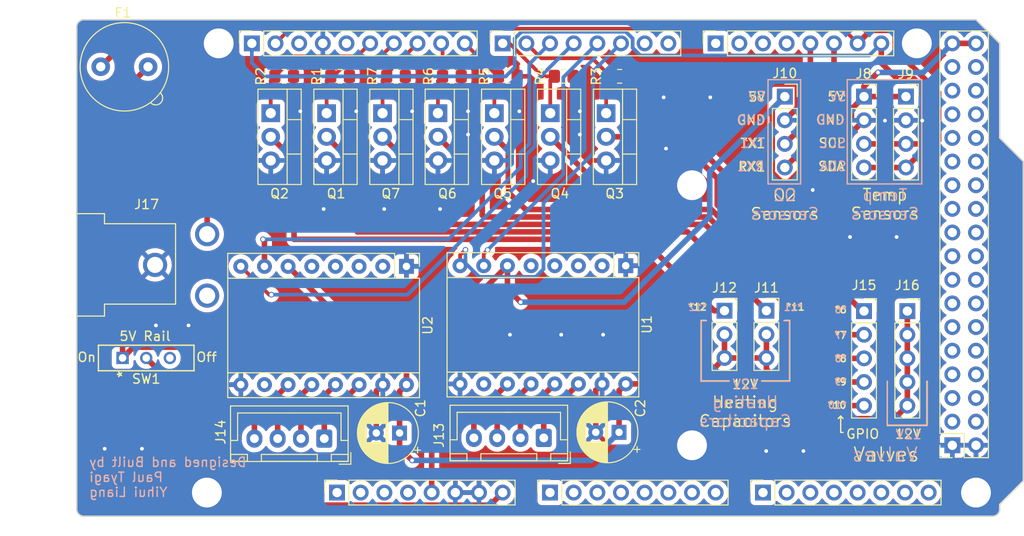
<source format=kicad_pcb>
(kicad_pcb (version 20240108) (generator "pcbnew") (generator_version "8.0")
  (title_block (date "mar. 31 mars 2015"))
  (layers (0 "F.Cu" signal) (31 "B.Cu" signal) (34 "B.Paste" user) (35 "F.Paste" user) (36 "B.SilkS" user "B.Silkscreen") (37 "F.SilkS" user "F.Silkscreen") (38 "B.Mask" user) (39 "F.Mask" user) (44 "Edge.Cuts" user))
  (net 0 "")
  (net 1 "GND")
  (net 2 "/*52")
  (net 3 "/53")
  (net 4 "/50")
  (net 5 "/51")
  (net 6 "/48")
  (net 7 "/49")
  (net 8 "/*46")
  (net 9 "/47")
  (net 10 "/*44")
  (net 11 "/*45")
  (net 12 "/42")
  (net 13 "/43")
  (net 14 "/40")
  (net 15 "/41")
  (net 16 "/38")
  (net 17 "/39")
  (net 18 "/36")
  (net 19 "/37")
  (net 20 "/34")
  (net 21 "/35")
  (net 22 "/32")
  (net 23 "/33")
  (net 24 "/30")
  (net 25 "/31")
  (net 26 "/28")
  (net 27 "/29")
  (net 28 "/26")
  (net 29 "/27")
  (net 30 "/24")
  (net 31 "/25")
  (net 32 "/22")
  (net 33 "/23")
  (net 34 "+5V")
  (net 35 "/IOREF")
  (net 36 "/A0")
  (net 37 "/A1")
  (net 38 "/A2")
  (net 39 "/A3")
  (net 40 "/A4")
  (net 41 "/A5")
  (net 42 "/A6")
  (net 43 "/A7")
  (net 44 "/A8")
  (net 45 "/A9")
  (net 46 "/A10")
  (net 47 "/A11")
  (net 48 "/A12")
  (net 49 "/A13")
  (net 50 "/A14")
  (net 51 "/A15")
  (net 52 "/AREF")
  (net 53 "/*13")
  (net 54 "/*12")
  (net 55 "/*11")
  (net 56 "/*10")
  (net 57 "/*9")
  (net 58 "/*8")
  (net 59 "/*7")
  (net 60 "/*6")
  (net 61 "/*5")
  (net 62 "/*4")
  (net 63 "/*3")
  (net 64 "/*2")
  (net 65 "/TX0{slash}1")
  (net 66 "/RX0{slash}0")
  (net 67 "+3V3")
  (net 68 "/TX3{slash}14")
  (net 69 "/RX3{slash}15")
  (net 70 "/TX2{slash}16")
  (net 71 "/RX2{slash}17")
  (net 72 "/TX1{slash}18")
  (net 73 "/RX1{slash}19")
  (net 74 "/SDA{slash}20")
  (net 75 "/SCL{slash}21")
  (net 76 "/~{RESET}")
  (net 78 "Net-(J12-Pin_1)")
  (net 79 "Net-(J14-Pin_1)")
  (net 80 "+12V")
  (net 81 "Net-(J15-Pin_4)")
  (net 82 "Net-(J15-Pin_3)")
  (net 83 "Net-(J15-Pin_1)")
  (net 84 "Net-(J15-Pin_2)")
  (net 86 "Net-(F1-Pad1)")
  (net 96 "Net-(J11-Pin_1)")
  (net 97 "Net-(J13-Pin_3)")
  (net 98 "Net-(J13-Pin_2)")
  (net 99 "Net-(J13-Pin_4)")
  (net 100 "Net-(J13-Pin_1)")
  (net 101 "Net-(J14-Pin_3)")
  (net 102 "Net-(J14-Pin_4)")
  (net 103 "Net-(J14-Pin_2)")
  (net 104 "Net-(J15-Pin_5)")
  (net 106 "VCC")
  (footprint "Connector_PinSocket_2.54mm:PinSocket_2x18_P2.54mm_Vertical" (layer "F.Cu") (at 193.98 92.38 180)
    (property "Reference" "J4" (hide yes))
    (property "Value" "Digital")
  )
  (footprint "Connector_PinSocket_2.54mm:PinSocket_1x08_P2.54mm_Vertical" (layer "F.Cu") (at 127.94 97.46 90)
    (property "Reference" "J1" (hide yes))
    (property "Value" "Power")
  )
  (footprint "Connector_PinSocket_2.54mm:PinSocket_1x08_P2.54mm_Vertical" (layer "F.Cu") (at 150.8 97.46 90)
    (property "Reference" "J2" (hide yes))
    (property "Value" "Analog")
  )
  (footprint "Connector_PinSocket_2.54mm:PinSocket_1x08_P2.54mm_Vertical" (layer "F.Cu") (at 173.66 97.46 90)
    (property "Reference" "J3" (hide yes))
    (property "Value" "Analog")
  )
  (footprint "Connector_PinSocket_2.54mm:PinSocket_1x10_P2.54mm_Vertical" (layer "F.Cu") (at 118.796 49.2 90)
    (property "Reference" "J5" (hide yes))
    (property "Value" "PWM")
  )
  (footprint "Connector_PinSocket_2.54mm:PinSocket_1x08_P2.54mm_Vertical" (layer "F.Cu") (at 145.72 49.2 90)
    (property "Reference" "J6" (hide yes))
    (property "Value" "PWM")
  )
  (footprint "Connector_PinSocket_2.54mm:PinSocket_1x08_P2.54mm_Vertical" (layer "F.Cu") (at 168.58 49.2 90)
    (property "Reference" "J7" (hide yes))
    (property "Value" "Communication")
  )
  (footprint "Connector_PinSocket_2.54mm:PinSocket_1x04_P2.54mm_Vertical" (layer "F.Cu") (at 189 54.92)
    (property "Reference" "J9")
    (property "Value" "Conn_01x04_Socket")
  )
  (footprint "Package_TO_SOT_THT:TO-220-3_Vertical" (layer "F.Cu") (at 120.825 56.7 -90)
    (property "Reference" "Q2")
    (property "Value" "IRLB8721PBF")
  )
  (footprint "Connector_PinSocket_2.54mm:PinSocket_1x03_P2.54mm_Vertical" (layer "F.Cu") (at 174.025 77.92)
    (property "Reference" "J11")
    (property "Value" "Conn_01x03_Socket")
  )
  (footprint "Arduino_MountingHole:MountingHole_3.2mm" (layer "F.Cu") (at 196.52 97.46)
    (property "Reference" "MH6" (hide yes))
    (property "Value" "MountingHole_3.2mm" (hide yes))
  )
  (footprint "Resistor_SMD:R_0805_2012Metric_Pad1.20x1.40mm_HandSolder" (layer "F.Cu") (at 140.27 52.74)
    (property "Reference" "R6")
    (property "Value" "10K")
  )
  (footprint "Package_TO_SOT_THT:TO-220-3_Vertical" (layer "F.Cu") (at 150.825 56.7 -90)
    (property "Reference" "Q4")
    (property "Value" "IRLB8721PBF")
  )
  (footprint "Connector_PinSocket_2.54mm:PinSocket_1x03_P2.54mm_Vertical" (layer "F.Cu") (at 169.525 77.92)
    (property "Reference" "J12")
    (property "Value" "Conn_01x03_Socket")
  )
  (footprint "Package_TO_SOT_THT:TO-220-3_Vertical" (layer "F.Cu") (at 132.825 56.7 -90)
    (property "Reference" "Q7")
    (property "Value" "IRLB8721PBF")
  )
  (footprint "footprints:SW_450301014042_WRE" (layer "F.Cu") (at 104.92 83 90)
    (property "Reference" "SW1")
    (property "Value" "450301014042")
  )
  (footprint "Arduino_MountingHole:MountingHole_3.2mm" (layer "F.Cu") (at 115.24 49.2)
    (property "Reference" "MH1" (hide yes))
    (property "Value" "MountingHole_3.2mm" (hide yes))
  )
  (footprint "Resistor_SMD:R_0805_2012Metric_Pad1.20x1.40mm_HandSolder" (layer "F.Cu") (at 134.27 52.74)
    (property "Reference" "R7")
    (property "Value" "10K")
  )
  (footprint "Resistor_SMD:R_0805_2012Metric_Pad1.20x1.40mm_HandSolder" (layer "F.Cu") (at 146.27 52.74)
    (property "Reference" "R5")
    (property "Value" "10K")
  )
  (footprint "Package_TO_SOT_THT:TO-220-3_Vertical" (layer "F.Cu") (at 138.77 56.7 -90)
    (property "Reference" "Q6")
    (property "Value" "IRLB8721PBF")
  )
  (footprint "Resistor_SMD:R_0805_2012Metric_Pad1.20x1.40mm_HandSolder" (layer "F.Cu") (at 128.27 52.74)
    (property "Reference" "R1")
    (property "Value" "10K")
  )
  (footprint "Connector_PinSocket_2.54mm:PinSocket_1x04_P2.54mm_Vertical" (layer "F.Cu") (at 184.5 54.92)
    (property "Reference" "J8")
    (property "Value" "Conn_01x04_Socket")
  )
  (footprint "L721RAHLP:SWITCHCRAFT_L721RAHLP" (layer "F.Cu") (at 108.41 73 -90)
    (property "Reference" "J17")
    (property "Value" "L721RAHLP")
  )
  (footprint "Fuse:Fuseholder_TR5_Littelfuse_No560_No460" (layer "F.Cu") (at 102.579 51.709)
    (property "Reference" "F1")
    (property "Value" "Fuse")
  )
  (footprint "Resistor_SMD:R_0805_2012Metric_Pad1.20x1.40mm_HandSolder" (layer "F.Cu") (at 152.27 52.74)
    (property "Reference" "R4")
    (property "Value" "10K")
  )
  (footprint "Connector_JST:JST_XH_B4B-XH-A_1x04_P2.50mm_Vertical" (layer "F.Cu") (at 150.128 91.586 180)
    (property "Reference" "J13")
    (property "Value" "Conn_01x04")
  )
  (footprint "Connector_PinSocket_2.54mm:PinSocket_1x05_P2.54mm_Vertical" (layer "F.Cu") (at 189.15 77.96)
    (property "Reference" "J16")
    (property "Value" "Conn_01x05_Socket")
  )
  (footprint "Capacitor_THT:CP_Radial_D6.3mm_P2.50mm" (layer "F.Cu") (at 134.65238 91.06 180)
    (property "Reference" "C1")
    (property "Value" "100uF")
  )
  (footprint "Resistor_SMD:R_0805_2012Metric_Pad1.20x1.40mm_HandSolder" (layer "F.Cu") (at 122.27 52.74)
    (property "Reference" "R2")
    (property "Value" "10K")
  )
  (footprint "Module:Pololu_Breakout-16_15.2x20.3mm" (layer "F.Cu") (at 135.39 73.16 -90)
    (property "Reference" "U2")
    (property "Value" "MP6500_Pololu")
  )
  (footprint "Resistor_SMD:R_0805_2012Metric_Pad1.20x1.40mm_HandSolder" (layer "F.Cu") (at 158.27 52.74)
    (property "Reference" "R3")
    (property "Value" "10K")
  )
  (footprint "Package_TO_SOT_THT:TO-220-3_Vertical" (layer "F.Cu") (at 156.825 56.7 -90)
    (property "Reference" "Q3")
    (property "Value" "IRLB8721PBF")
  )
  (footprint "Connector_PinSocket_2.54mm:PinSocket_1x05_P2.54mm_Vertical" (layer "F.Cu") (at 184.5 77.96)
    (property "Reference" "J15")
    (property "Value" "Conn_01x05_Socket")
  )
  (footprint "Connector_JST:JST_XH_B4B-XH-A_1x04_P2.50mm_Vertical" (layer "F.Cu") (at 126.57 91.66 180)
    (property "Reference" "J14")
    (property "Value" "Conn_01x04")
  )
  (footprint "Arduino_MountingHole:MountingHole_3.2mm" (layer "F.Cu") (at 113.97 97.46)
    (property "Reference" "MH2" (hide yes))
    (property "Value" "MountingHole_3.2mm" (hide yes))
  )
  (footprint "Package_TO_SOT_THT:TO-220-3_Vertical" (layer "F.Cu") (at 144.825 56.7 -90)
    (property "Reference" "Q5")
    (property "Value" "IRLB8721PBF")
  )
  (footprint "Arduino_MountingHole:MountingHole_3.2mm" (layer "F.Cu") (at 166.04 64.44)
    (property "Reference" "MH3" (hide yes))
    (property "Value" "MountingHole_3.2mm" (hide yes))
  )
  (footprint "Arduino_MountingHole:MountingHole_3.2mm" (layer "F.Cu") (at 166.04 92.38)
    (property "Reference" "MH4" (hide yes))
    (property "Value" "MountingHole_3.2mm" (hide yes))
  )
  (footprint "Capacitor_THT:CP_Radial_D6.3mm_P2.50mm" (layer "F.Cu") (at 158.21038 90.986 180)
    (property "Reference" "C2")
    (property "Value" "100uF")
  )
  (footprint "Arduino_MountingHole:MountingHole_3.2mm" (layer "F.Cu") (at 190.17 49.2)
    (property "Reference" "MH5" (hide yes))
    (property "Value" "MountingHole_3.2mm" (hide yes))
  )
  (footprint "Connector_PinSocket_2.54mm:PinSocket_1x04_P2.54mm_Vertical" (layer "F.Cu") (at 176 54.92)
    (property "Reference" "J10")
    (property "Value" "Conn_01x04_Socket")
  )
  (footprint "Package_TO_SOT_THT:TO-220-3_Vertical" (layer "F.Cu") (at 126.825 56.7 -90)
    (property "Reference" "Q1")
    (property "Value" "IRLB8721PBF")
  )
  (footprint "Module:Pololu_Breakout-16_15.2x20.3mm" (layer "F.Cu") (at 158.928 73.086 -90)
    (property "Reference" "U1")
    (property "Value" "MP6500_Pololu")
  )
  (gr_line (start 182.7 64.3) (end 182.7 53.1) (stroke (width 0.15)) (layer "B.SilkS"))
  (gr_line (start 187 90.2) (end 191.3 90.2) (stroke (width 0.15)) (layer "B.SilkS"))
  (gr_line (start 191.3 90.2) (end 191.3 85.5) (stroke (width 0.15)) (layer "B.SilkS"))
  (gr_line (start 167.6 79) (end 167 79) (stroke (width 0.15)) (layer "B.SilkS"))
  (gr_line (start 174.2 64.3) (end 174.2 53.1) (stroke (width 0.15)) (layer "B.SilkS"))
  (gr_line (start 174.2 53.1) (end 177.7 53.1) (stroke (width 0.15)) (layer "B.SilkS"))
  (gr_line (start 167 85.5) (end 170 85.5) (stroke (width 0.15)) (layer "B.SilkS"))
  (gr_line (start 176.5 79) (end 175.9 79) (stroke (width 0.15)) (layer "B.SilkS"))
  (gr_line (start 190.7 64.3) (end 182.7 64.3) (stroke (width 0.15)) (layer "B.SilkS"))
  (gr_line (start 176.5 85.5) (end 176.5 79) (stroke (width 0.15)) (layer "B.SilkS"))
  (gr_line (start 190.7 53.1) (end 190.7 64.3) (stroke (width 0.15)) (layer "B.SilkS"))
  (gr_line (start 177.7 53.1) (end 177.7 64.3) (stroke (width 0.15)) (layer "B.SilkS"))
  (gr_line (start 177.7 64.3) (end 174.2 64.3) (stroke (width 0.15)) (layer "B.SilkS"))
  (gr_line (start 182.7 53.1) (end 190.7 53.1) (stroke (width 0.15)) (layer "B.SilkS"))
  (gr_line (start 187 85.5) (end 187 90.2) (stroke (width 0.15)) (layer "B.SilkS"))
  (gr_line (start 167 79) (end 167 85.5) (stroke (width 0.15)) (layer "B.SilkS"))
  (gr_line (start 173.5 85.5) (end 176.5 85.5) (stroke (width 0.15)) (layer "B.SilkS"))
  (gr_line (start 167.025 85.46) (end 170.025 85.46) (stroke (width 0.15)) (layer "F.SilkS"))
  (gr_line (start 173.525 85.46) (end 176.525 85.46) (stroke (width 0.15)) (layer "F.SilkS"))
  (gr_line (start 191.25 90.25) (end 191.25 89.5) (stroke (width 0.15)) (layer "F.SilkS"))
  (gr_line (start 182 91) (end 182 89.25) (stroke (width 0.15)) (layer "F.SilkS"))
  (gr_line (start 191.25 89.5) (end 191.25 85.5) (stroke (width 0.15)) (layer "F.SilkS"))
  (gr_line (start 181.75 89.5) (end 182 89.25) (stroke (width 0.15)) (layer "F.SilkS"))
  (gr_line (start 167.525 78.96) (end 167.025 78.96) (stroke (width 0.15)) (layer "F.SilkS"))
  (gr_line (start 176.525 85.46) (end 176.525 78.96) (stroke (width 0.15)) (layer "F.SilkS"))
  (gr_line (start 187 85.75) (end 187 85.5) (stroke (width 0.15)) (layer "F.SilkS"))
  (gr_line (start 167.025 78.96) (end 167.025 85.46) (stroke (width 0.15)) (layer "F.SilkS"))
  (gr_line (start 187 90.25) (end 191.25 90.25) (stroke (width 0.15)) (layer "F.SilkS"))
  (gr_line (start 187 89.5) (end 187 90.25) (stroke (width 0.15)) (layer "F.SilkS"))
  (gr_line (start 182 89.25) (end 181.75 89.5) (stroke (width 0.15)) (layer "F.SilkS"))
  (gr_line (start 187 89.5) (end 187 85.75) (stroke (width 0.15)) (layer "F.SilkS"))
  (gr_line (start 176.525 78.96) (end 176.025 78.96) (stroke (width 0.15)) (layer "F.SilkS"))
  (gr_line (start 182.25 89.5) (end 182 89.25) (stroke (width 0.15)) (layer "F.SilkS"))
  (gr_line (start 182.25 91) (end 182 91) (stroke (width 0.15)) (layer "F.SilkS"))
  (gr_line (start 199.06 59.36) (end 201.6 61.9) (stroke (width 0.15)) (layer "Edge.Cuts"))
  (gr_line (start 100 99.238) (end 100 47.422) (stroke (width 0.15)) (layer "Edge.Cuts"))
  (gr_line (start 201.6 61.9) (end 201.6 96.19) (stroke (width 0.15)) (layer "Edge.Cuts"))
  (gr_line (start 198.298 100) (end 100.762 100) (stroke (width 0.15)) (layer "Edge.Cuts"))
  (gr_line (start 100.762 46.66) (end 196.52 46.66) (stroke (width 0.15)) (layer "Edge.Cuts"))
  (gr_arc (start 100.762 100) (mid 100.223185 99.776815) (end 100 99.238) (stroke (width 0.15)) (layer "Edge.Cuts"))
  (gr_line (start 201.6 96.19) (end 199.06 98.73) (stroke (width 0.15)) (layer "Edge.Cuts"))
  (gr_line (start 196.52 46.66) (end 199.06 49.2) (stroke (width 0.15)) (layer "Edge.Cuts"))
  (gr_arc (start 199.06 99.238) (mid 198.836815 99.776815) (end 198.298 100) (stroke (width 0.15)) (layer "Edge.Cuts"))
  (gr_line (start 199.06 49.2) (end 199.06 59.36) (stroke (width 0.15)) (layer "Edge.Cuts"))
  (gr_line (start 199.06 98.73) (end 199.06 99.238) (stroke (width 0.15)) (layer "Edge.Cuts"))
  (gr_arc (start 100 47.422) (mid 100.223185 46.883185) (end 100.762 46.66) (stroke (width 0.15)) (layer "Edge.Cuts"))
  (gr_text "GND" (at 170.8 58 0) (layer "B.SilkS") (effects (font (size 1 1)) (justify right bottom mirror)))
  (gr_text "12V" (at 189.3 91.8 0) (layer "B.SilkS") (effects (font (size 1 1)) (justify bottom mirror)))
  (gr_text "Valves" (at 186.75 94.25 0) (layer "B.SilkS") (effects (font (size 1.5 1.5)) (justify bottom mirror)))
  (gr_text "SDA" (at 179.7 63 0) (layer "B.SilkS") (effects (font (size 1 1)) (justify right bottom mirror)))
  (gr_text "O2\nSensors" (at 176 68.25 0) (layer "B.SilkS") (effects (font (size 1.25 1.25)) (justify bottom mirror)))
  (gr_text "5V" (at 172 55.5 0) (layer "B.SilkS") (effects (font (size 1 1)) (justify right bottom mirror)))
  (gr_text "Designed and Built by\nPaul Tyagi\nYihui Liang" (at 101.25 98 0) (layer "B.SilkS") (effects (font (size 1 1)) (justify right bottom mirror)))
  (gr_text "*10" (at 182.75 88.5 0) (layer "B.SilkS") (effects (font (size 0.75 0.75)) (justify left bottom mirror)))
  (gr_text "*12" (at 167.75 78 0) (layer "B.SilkS") (effects (font (size 0.75 0.75) (thickness 0.125)) (justify left bottom mirror)))
  (gr_text "12V" (at 171.8 86.4 0) (layer "B.SilkS") (effects (font (size 1 1)) (justify bottom mirror)))
  (gr_text "*9" (at 182.75 86 0) (layer "B.SilkS") (effects (font (size 0.75 0.75)) (justify left bottom mirror)))
  (gr_text "*8" (at 182.75 83.5 0) (layer "B.SilkS") (effects (font (size 0.75 0.75)) (justify left bottom mirror)))
  (gr_text "SCL" (at 179.7 60.5 0) (layer "B.SilkS") (effects (font (size 1 1)) (justify right bottom mirror)))
  (gr_text "5V" (at 180.7 55.5 0) (layer "B.SilkS") (effects (font (size 1 1)) (justify right bottom mirror)))
  (gr_text "RX1" (at 170.8 63 0) (layer "B.SilkS") (effects (font (size 1 1)) (justify right bottom mirror)))
  (gr_text "GND" (at 179.3 58 0) (layer "B.SilkS") (effects (font (size 1 1)) (justify right bottom mirror)))
  (gr_text "Temp\nSensors" (at 186.75 68.25 0) (layer "B.SilkS") (effects (font (size 1.25 1.25)) (justify bottom mirror)))
  (gr_text "TX1" (at 171.1 60.5 0) (layer "B.SilkS") (effects (font (size 1 1)) (justify right bottom mirror)))
  (gr_text "*7" (at 182.75 81 0) (layer "B.SilkS") (effects (font (size 0.75 0.75)) (justify left bottom mirror)))
  (gr_text "*6" (at 182.75 78.25 0) (layer "B.SilkS") (effects (font (size 0.75 0.75)) (justify left bottom mirror)))
  (gr_text "Heating\nCapacitors" (at 171.75 90.5 0) (layer "B.SilkS") (effects (font (size 1.25 1.25)) (justify bottom mirror)))
  (gr_text "*11" (at 178 78 0) (layer "B.SilkS") (effects (font (size 0.75 0.75)) (justify left bottom mirror)))
  (gr_text "RX1" (at 174 63.04 0) (layer "F.SilkS") (effects (font (size 1 1)) (justify right bottom)))
  (gr_text "GPIO" (at 182.5 91.75 0) (layer "F.SilkS") (effects (font (size 1 1)) (justify left bottom)))
  (gr_text "TX1" (at 174 60.54 0) (layer "F.SilkS") (effects (font (size 1 1)) (justify right bottom)))
  (gr_text "5V" (at 174 55.54 0) (layer "F.SilkS") (effects (font (size 1 1)) (justify right bottom)))
  (gr_text "Off" (at 112.75 83.5 0) (layer "F.SilkS") (effects (font (size 1 1)) (justify left bottom)))
  (gr_text "Heating\nCapacitors" (at 171.75 90.5 0) (layer "F.SilkS") (effects (font (size 1.25 1.25)) (justify bottom)))
  (gr_text "12V" (at 187.75 91.75 0) (layer "F.SilkS") (effects (font (size 1 1)) (justify left bottom)))
  (gr_text "Valves" (at 183.25 94.25 0) (layer "F.SilkS") (effects (font (size 1.5 1.5)) (justify left bottom)))
  (gr_text "Temp\nSensors" (at 186.75 68.21 0) (layer "F.SilkS") (effects (font (size 1.25 1.25)) (justify bottom)))
  (gr_text "*8" (at 181.25 83.5 0) (layer "F.SilkS") (effects (font (size 0.75 0.75)) (justify left bottom)))
  (gr_text "*9" (at 181.25 86 0) (layer "F.SilkS") (effects (font (size 0.75 0.75)) (justify left bottom)))
  (gr_text "*10" (at 180.5 88.5 0) (layer "F.SilkS") (effects (font (size 0.75 0.75)) (justify left bottom)))
  (gr_text "5V" (at 182.5 55.5 0) (layer "F.SilkS") (effects (font (size 1 1)) (justify right bottom)))
  (gr_text "*6" (at 181.25 78.25 0) (layer "F.SilkS") (effects (font (size 0.75 0.75)) (justify left bottom)))
  (gr_text "GND" (at 174 58.04 0) (layer "F.SilkS") (effects (font (size 1 1)) (justify right bottom)))
  (gr_text "*12" (at 165.525 77.96 0) (layer "F.SilkS") (effects (font (size 0.75 0.75)) (justify left bottom)))
  (gr_text "12V" (at 170.275 86.42 0) (layer "F.SilkS") (effects (font (size 1 1)) (justify left bottom)))
  (gr_text "5V Rail" (at 104.5 81.25 0) (layer "F.SilkS") (effects (font (size 1 1)) (justify left bottom)))
  (gr_text "O2\nSensors" (at 176 68.25 0) (layer "F.SilkS") (effects (font (size 1.25 1.25)) (justify bottom)))
  (gr_text "*7" (at 181.25 81 0) (layer "F.SilkS") (effects (font (size 0.75 0.75)) (justify left bottom)))
  (gr_text "SCL" (at 182.5 60.5 0) (layer "F.SilkS") (effects (font (size 1 1)) (justify right bottom)))
  (gr_text "On" (at 100 83.5 0) (layer "F.SilkS") (effects (font (size 1 1)) (justify left bottom)))
  (gr_text "SDA" (at 182.5 63 0) (layer "F.SilkS") (effects (font (size 1 1)) (justify right bottom)))
  (gr_text "GND" (at 182.5 58 0) (layer "F.SilkS") (effects (font (size 1 1)) (justify right bottom)))
  (gr_text "*11" (at 176.025 77.96 0) (layer "F.SilkS") (effects (font (size 0.75 0.75)) (justify left bottom)))
  (segment (start 177.35 56.11) (end 176 57.46) (width 0.6) (layer "F.Cu") (net 1))
  (segment (start 179 64.95) (end 179 62.96) (width 0.6) (layer "F.Cu") (net 1))
  (segment (start 173.825 54.395) (end 174.65 53.57) (width 0.6) (layer "F.Cu") (net 1))
  (segment (start 179 62.96) (end 184.5 57.46) (width 0.6) (layer "F.Cu") (net 1))
  (segment (start 155.71038 86.46362) (end 156.388 85.786) (width 0.6) (layer "F.Cu") (net 1))
  (segment (start 177.35 53.57) (end 177.35 56.11) (width 0.6) (layer "F.Cu") (net 1))
  (segment (start 132.15238 91.06) (end 132.15238 86.55762) (width 0.6) (layer "F.Cu") (net 1))
  (segment (start 173.825 63.45) (end 173.825 54.395) (width 0.6) (layer "F.Cu") (net 1))
  (segment (start 174.65 53.57) (end 177.35 53.57) (width 0.6) (layer "F.Cu") (net 1))
  (segment (start 132.15238 86.55762) (end 132.85 85.86) (width 0.6) (layer "F.Cu") (net 1))
  (segment (start 155.71038 90.986) (end 155.71038 86.46362) (width 0.6) (layer "F.Cu") (net 1))
  (segment (start 179 64.95) (end 175.325 64.95) (width 0.6) (layer "F.Cu") (net 1))
  (segment (start 175.325 64.95) (end 173.825 63.45) (width 0.6) (layer "F.Cu") (net 1))
  (via (at 178 93) (size 0.6) (drill 0.4) (layers "F.Cu" "B.Cu") (net 1))
  (via (at 146.4 66.7) (size 0.6) (drill 0.4) (layers "F.Cu" "B.Cu") (net 1))
  (via (at 142 59) (size 0.6) (drill 0.4) (layers "F.Cu" "B.Cu") (net 1))
  (via (at 133 67) (size 0.6) (drill 0.4) (layers "F.Cu" "B.Cu") (net 1))
  (via (at 168 55) (size 0.6) (drill 0.4) (layers "F.Cu" "B.Cu") (net 1))
  (via (at 103 92.75) (size 0.6) (drill 0.4) (layers "F.Cu" "B.Cu") (net 1))
  (via (at 163 55) (size 0.6) (drill 0.4) (layers "F.Cu" "B.Cu") (net 1))
  (via (at 154 56.5) (size 0.6) (drill 0.4) (layers "F.Cu" "B.Cu") (net 1))
  (via (at 107 92.75) (size 0.6) (drill 0.4) (layers "F.Cu" "B.Cu") (net 1))
  (via (at 139 67) (size 0.6) (drill 0.4) (layers "F.Cu" "B.Cu") (net 1))
  (via (at 156.5 80.5) (size 0.6) (drill 0.4) (layers "F.Cu" "B.Cu") (net 1))
  (via (at 163.25 60.5) (size 0.6) (drill 0.4) (layers "F.Cu" "B.Cu") (net 1))
  (via (at 186.75 57.5) (size 0.6) (drill 0.4) (layers "F.Cu" "B.Cu") (net 1))
  (via (at 108.5 79.5) (size 0.6) (drill 0.4) (layers "F.Cu" "B.Cu") (net 1))
  (via (at 190.75 57.5) (size 0.6) (drill 0.4) (layers "F.Cu" "B.Cu") (net 1))
  (via (at 154 59) (size 0.6) (drill 0.4) (layers "F.Cu" "B.Cu") (net 1))
  (via (at 188 70) (size 0.6) (drill 0.4) (layers "F.Cu" "B.Cu") (net 1))
  (via (at 112 79.5) (size 0.6) (drill 0.4) (layers "F.Cu" "B.Cu") (net 1))
  (via (at 124 56.5) (size 0.6) (drill 0.4) (layers "F.Cu" "B.Cu") (net 1))
  (via (at 183 70) (size 0.6) (drill 0.4) (layers "F.Cu" "B.Cu") (net 1))
  (via (at 149 64) (size 0.6) (drill 0.4) (layers "F.Cu" "B.Cu") (net 1))
  (via (at 130 56.5) (size 0.6) (drill 0.4) (layers "F.Cu" "B.Cu") (net 1))
  (via (at 126.5 67) (size 0.6) (drill 0.4) (layers "F.Cu" "B.Cu") (net 1))
  (via (at 146.5 80.5) (size 0.6) (drill 0.4) (layers "F.Cu" "B.Cu") (net 1))
  (via (at 142 56.5) (size 0.6) (drill 0.4) (layers "F.Cu" "B.Cu") (net 1))
  (via (at 179 64.95) (size 0.6) (drill 0.4) (layers "F.Cu" "B.Cu") (net 1))
  (via (at 136 56.5) (size 0.6) (drill 0.4) (layers "F.Cu" "B.Cu") (net 1))
  (via (at 147.5 56.5) (size 0.6) (drill 0.4) (layers "F.Cu" "B.Cu") (net 1))
  (via (at 174 93) (size 0.6) (drill 0.4) (layers "F.Cu" "B.Cu") (net 1))
  (via (at 152 80.5) (size 0.6) (drill 0.4) (layers "F.Cu" "B.Cu") (net 1))
  (segment (start 138.77 61.78) (end 144.825 61.78) (width 0.4) (layer "B.Cu") (net 1))
  (segment (start 132.825 61.78) (end 138.77 61.78) (width 0.4) (layer "B.Cu") (net 1))
  (segment (start 120.825 61.78) (end 126.825 61.78) (width 0.4) (layer "B.Cu") (net 1))
  (segment (start 126.825 61.78) (end 132.825 61.78) (width 0.4) (layer "B.Cu") (net 1))
  (segment (start 147.65 77) (end 146.228 75.578) (width 0.6) (layer "F.Cu") (net 34))
  (segment (start 176 54.92) (end 174.65 56.27) (width 0.6) (layer "F.Cu") (net 34))
  (segment (start 189 54.92) (end 184.5 54.92) (width 0.6) (layer "F.Cu") (net 34))
  (segment (start 130.744 81.214) (end 138.1 81.214) (width 0.6) (layer "F.Cu") (net 34))
  (segment (start 193.98 49.2) (end 196.52 49.2) (width 0.6) (layer "F.Cu") (net 34))
  (segment (start 146.228 75.578) (end 146.228 73.086) (width 0.6) (layer "F.Cu") (net 34))
  (segment (start 176.45 64.075) (end 183.15 57.375) (width 0.6) (layer "F.Cu") (net 34))
  (segment (start 184.5 53.825) (end 184.5 54.92) (width 0.6) (layer "F.Cu") (net 34))
  (segment (start 186 52.325) (end 184.5 53.825) (width 0.6) (layer "F.Cu") (net 34))
  (segment (start 138.1 97.46) (end 138.1 81.214) (width 0.6) (layer "F.Cu") (net 34))
  (segment (start 174.65 63.099189) (end 175.625811 64.075) (width 0.6) (layer "F.Cu") (net 34))
  (segment (start 175.625811 64.075) (end 176.45 64.075) (width 0.6) (layer "F.Cu") (net 34))
  (segment (start 122.69 73.16) (end 130.744 81.214) (width 0.6) (layer "F.Cu") (net 34))
  (segment (start 183.15 57.375) (end 183.15 56.27) (width 0.6) (layer "F.Cu") (net 34))
  (segment (start 174.65 56.27) (end 174.65 63.099189) (width 0.6) (layer "F.Cu") (net 34))
  (segment (start 183.15 56.27) (end 184.5 54.92) (width 0.6) (layer "F.Cu") (net 34))
  (segment (start 138.1 81.214) (end 146.228 73.086) (width 0.6) (layer "F.Cu") (net 34))
  (via (at 186 52.325) (size 0.6) (drill 0.4) (layers "F.Cu" "B.Cu") (net 34))
  (via (at 147.65 77) (size 0.6) (drill 0.4) (layers "F.Cu" "B.Cu") (net 34))
  (segment (start 167.94 62.98) (end 176 54.92) (width 0.6) (layer "B.Cu") (net 34))
  (segment (start 186 52.325) (end 190.855 52.325) (width 0.6) (layer "B.Cu") (net 34))
  (segment (start 167.94 67.81) (end 167.94 62.98) (width 0.6) (layer "B.Cu") (net 34))
  (segment (start 158.75 77) (end 167.94 67.81) (width 0.6) (layer "B.Cu") (net 34))
  (segment (start 147.65 77) (end 158.75 77) (width 0.6) (layer "B.Cu") (net 34))
  (segment (start 190.855 52.325) (end 193.98 49.2) (width 0.6) (layer "B.Cu") (net 34))
  (segment (start 120.825 56.7) (end 120.825 53.185) (width 0.4) (layer "F.Cu") (net 54))
  (segment (start 130.096 50.6) (end 131.496 49.2) (width 0.4) (layer "F.Cu") (net 54))
  (segment (start 120.825 53.185) (end 121.27 52.74) (width 0.4) (layer "F.Cu") (net 54))
  (segment (start 123.41 50.6) (end 130.096 50.6) (width 0.4) (layer "F.Cu") (net 54))
  (segment (start 121.27 52.74) (end 123.41 50.6) (width 0.4) (layer "F.Cu") (net 54))
  (segment (start 126.825 56.7) (end 126.825 53.185) (width 0.4) (layer "F.Cu") (net 55))
  (segment (start 127.543834 52.74) (end 129.058834 51.225) (width 0.4) (layer "F.Cu") (net 55))
  (segment (start 126.825 53.185) (end 127.27 52.74) (width 0.4) (layer "F.Cu") (net 55))
  (segment (start 127.27 52.74) (end 127.543834 52.74) (width 0.4) (layer "F.Cu") (net 55))
  (segment (start 129.058834 51.225) (end 132.011 51.225) (width 0.4) (layer "F.Cu") (net 55))
  (segment (start 132.011 51.225) (end 134.036 49.2) (width 0.4) (layer "F.Cu") (net 55))
  (segment (start 133.27 52.506) (end 136.576 49.2) (width 0.4) (layer "F.Cu") (net 56))
  (segment (start 132.825 56.7) (end 132.825 53.185) (width 0.4) (layer "F.Cu") (net 56))
  (segment (start 133.27 52.74) (end 133.27 52.506) (width 0.4) (layer "F.Cu") (net 56))
  (segment (start 132.825 53.185) (end 133.27 52.74) (width 0.4) (layer "F.Cu") (net 56))
  (segment (start 138.77 56.7) (end 138.77 53.24) (width 0.4) (layer "F.Cu") (net 57))
  (segment (start 139.27 49.354) (end 139.116 49.2) (width 0.4) (layer "F.Cu") (net 57))
  (segment (start 138.77 53.24) (end 139.27 52.74) (width 0.4) (layer "F.Cu") (net 57))
  (segment (start 139.27 52.74) (end 139.27 49.354) (width 0.4) (layer "F.Cu") (net 57))
  (segment (start 141.656 49.2) (end 145.196 52.74) (width 0.4) (layer "F.Cu") (net 58))
  (segment (start 145.196 52.74) (end 145.27 52.74) (width 0.4) (layer "F.Cu") (net 58))
  (segment (start 144.825 53.185) (end 145.27 52.74) (width 0.4) (layer "F.Cu") (net 58))
  (segment (start 144.825 56.7) (end 144.825 53.185) (width 0.4) (layer "F.Cu") (net 58))
  (segment (start 145.72 49.2) (end 146.45 49.2) (width 0.4) (layer "F.Cu") (net 59))
  (segment (start 149.99 52.74) (end 151.27 52.74) (width 0.4) (layer "F.Cu") (net 59))
  (segment (start 150.825 56.7) (end 150.825 53.185) (width 0.4) (layer "F.Cu") (net 59))
  (segment (start 150.825 53.185) (end 151.27 52.74) (width 0.4) (layer "F.Cu") (net 59))
  (segment (start 146.45 49.2) (end 149.99 52.74) (width 0.4) (layer "F.Cu") (net 59))
  (segment (start 155.33 50.8) (end 157.27 52.74) (width 0.4) (layer "F.Cu") (net 60))
  (segment (start 156.825 53.185) (end 157.27 52.74) (width 0.4) (layer "F.Cu") (net 60))
  (segment (start 156.825 56.7) (end 156.825 53.185) (width 0.4) (layer "F.Cu") (net 60))
  (segment (start 149.86 50.8) (end 155.33 50.8) (width 0.4) (layer "F.Cu") (net 60))
  (segment (start 148.26 49.2) (end 149.86 50.8) (width 0.4) (layer "F.Cu") (net 60))
  (segment (start 120.15 70.4) (end 120.15 73.16) (width 0.6) (layer "F.Cu") (net 61))
  (segment (start 120 70.25) (end 120.15 70.4) (width 0.6) (layer "F.Cu") (net 61))
  (via (at 120 70.25) (size 0.6) (drill 0.4) (layers "F.Cu" "B.Cu") (net 61))
  (segment (start 120 70.25) (end 139.901472 70.25) (width 0.4) (layer "B.Cu") (net 61))
  (segment (start 148.575 59.990224) (end 148.575 51.425) (width 0.4) (layer "B.Cu") (net 61))
  (segment (start 147.65 60.915224) (end 148.575 59.990224) (width 0.4) (layer "B.Cu") (net 61))
  (segment (start 139.901472 70.25) (end 147.65 62.501472) (width 0.4) (layer "B.Cu") (net 61))
  (segment (start 148.575 51.425) (end 150.8 49.2) (width 0.4) (layer "B.Cu") (net 61))
  (segment (start 147.65 62.501472) (end 147.65 60.915224) (width 0.4) (layer "B.Cu") (net 61))
  (segment (start 120.65 76.2) (end 117.61 73.16) (width 0.4) (layer "F.Cu") (net 62))
  (segment (start 120.9 76.2) (end 120.65 76.2) (width 0.4) (layer "F.Cu") (net 62))
  (via (at 120.9 76.2) (size 0.6) (drill 0.4) (layers "F.Cu" "B.Cu") (net 62))
  (segment (start 149.175 53.365) (end 153.34 49.2) (width 0.4) (layer "B.Cu") (net 62))
  (segment (start 149.175 60.238752) (end 149.175 53.365) (width 0.4) (layer "B.Cu") (net 62))
  (segment (start 135.5 76.2) (end 148.25 63.45) (width 0.4) (layer "B.Cu") (net 62))
  (segment (start 148.25 63.45) (end 148.25 61.163752) (width 0.4) (layer "B.Cu") (net 62))
  (segment (start 120.9 76.2) (end 135.5 76.2) (width 0.4) (layer "B.Cu") (net 62))
  (segment (start 148.25 61.163752) (end 149.175 60.238752) (width 0.4) (layer "B.Cu") (net 62))
  (segment (start 143.688 71.812) (end 144.1 71.4) (width 0.4) (layer "F.Cu") (net 63))
  (segment (start 143.688 73.086) (end 143.688 71.812) (width 0.4) (layer "F.Cu") (net 63))
  (via (at 144.1 71.4) (size 0.6) (drill 0.4) (layers "F.Cu" "B.Cu") (net 63))
  (segment (start 152.225 63.275) (end 152.225 52.855) (width 0.4) (layer "B.Cu") (net 63))
  (segment (start 152.225 52.855) (end 155.88 49.2) (width 0.4) (layer "B.Cu") (net 63))
  (segment (start 144.1 71.4) (end 152.225 63.275) (width 0.4) (layer "B.Cu") (net 63))
  (segment (start 141.148 73.086) (end 141.148 71.952) (width 0.4) (layer "F.Cu") (net 64))
  (segment (start 141.148 71.952) (end 141.725 71.375) (width 0.4) (layer "F.Cu") (net 64))
  (via (at 141.725 71.375) (size 0.6) (drill 0.4) (layers "F.Cu" "B.Cu") (net 64))
  (segment (start 141.725 72.820057) (end 143.190943 74.286) (width 0.4) (layer "B.Cu") (net 64))
  (segment (start 155.425 61.025) (end 155.425 52.195) (width 0.4) (layer "B.Cu") (net 64))
  (segment (start 155.425 52.195) (end 158.42 49.2) (width 0.4) (layer "B.Cu") (net 64))
  (segment (start 150.1 73.451057) (end 150.1 66.35) (width 0.4) (layer "B.Cu") (net 64))
  (segment (start 143.190943 74.286) (end 149.265057 74.286) (width 0.4) (layer "B.Cu") (net 64))
  (segment (start 150.1 66.35) (end 155.425 61.025) (width 0.4) (layer "B.Cu") (net 64))
  (segment (start 141.725 71.375) (end 141.725 72.820057) (width 0.4) (layer "B.Cu") (net 64))
  (segment (start 149.265057 74.286) (end 150.1 73.451057) (width 0.4) (layer "B.Cu") (net 64))
  (segment (start 176 60) (end 178.74 57.26) (width 0.6) (layer "F.Cu") (net 72))
  (segment (start 178.74 57.26) (end 178.74 49.2) (width 0.6) (layer "F.Cu") (net 72))
  (segment (start 181.28 57.26) (end 181.28 49.2) (width 0.6) (layer "F.Cu") (net 73))
  (segment (start 176 62.54) (end 181.28 57.26) (width 0.6) (layer "F.Cu") (net 73))
  (segment (start 182.245 47.625) (end 183.82 49.2) (width 0.4) (layer "F.Cu") (net 74))
  (segment (start 192.5 54.5) (end 187.85 49.85) (width 0.6) (layer "F.Cu") (net 74))
  (segment (start 191.33137 60.8) (end 192.5 59.63137) (width 0.6) (layer "F.Cu") (net 74))
  (segment (start 192.5 59.63137) (end 192.5 54.5) (width 0.6) (layer "F.Cu") (net 74))
  (segment (start 184.5 62.54) (end 189 62.54) (width 0.6) (layer "F.Cu") (net 74))
  (segment (start 121.336 49.2) (end 122.911 47.625) (width 0.4) (layer "F.Cu") (net 74))
  (segment (start 190.74 60.8) (end 191.33137 60.8) (width 0.6) (layer "F.Cu") (net 74))
  (segment (start 185.22 47.8) (end 183.82 49.2) (width 0.6) (layer "F.Cu") (net 74))
  (segment (start 189 62.54) (end 190.74 60.8) (width 0.6) (layer "F.Cu") (net 74))
  (segment (start 187.85 47.8) (end 185.22 47.8) (width 0.6) (layer "F.Cu") (net 74))
  (segment (start 122.911 47.625) (end 182.245 47.625) (width 0.4) (layer "F.Cu") (net 74))
  (segment (start 187.85 49.85) (end 187.85 47.8) (width 0.6) (layer "F.Cu") (net 74))
  (segment (start 186.36 51.31) (end 186.36 49.2) (width 0.6) (layer "F.Cu") (net 75))
  (segment (start 189 60) (end 191 60) (width 0.6) (layer "F.Cu") (net 75))
  (segment (start 191 60) (end 191.7 59.3) (width 0.6) (layer "F.Cu") (net 75))
  (segment (start 191.7 54.83137) (end 189.86863 53) (width 0.6) (layer "F.Cu") (net 75))
  (segment (start 184.5 60) (end 189 60) (width 0.6) (layer "F.Cu") (net 75))
  (segment (start 188.05 53) (end 186.36 51.31) (width 0.6) (layer "F.Cu") (net 75))
  (segment (start 191.7 59.3) (end 191.7 54.83137) (width 0.6) (layer "F.Cu") (net 75))
  (segment (start 189.86863 53) (end 188.05 53) (width 0.6) (layer "F.Cu") (net 75))
  (segment (start 118.796 51.296) (end 120.25 52.75) (width 0.4) (layer "B.Cu") (net 75))
  (segment (start 159.67 49.677767) (end 160.492233 50.5) (width 0.4) (layer "B.Cu") (net 75))
  (segment (start 120.25 52.75) (end 146.045 52.75) (width 0.4) (layer "B.Cu") (net 75))
  (segment (start 158.937767 47.95) (end 159.67 48.682233) (width 0.4) (layer "B.Cu") (net 75))
  (segment (start 160.492233 50.5) (end 185.06 50.5) (width 0.4) (layer "B.Cu") (net 75))
  (segment (start 147.01 48.682233) (end 147.742233 47.95) (width 0.4) (layer "B.Cu") (net 75))
  (segment (start 185.06 50.5) (end 186.36 49.2) (width 0.4) (layer "B.Cu") (net 75))
  (segment (start 118.796 49.2) (end 118.796 51.296) (width 0.4) (layer "B.Cu") (net 75))
  (segment (start 159.67 48.682233) (end 159.67 49.677767) (width 0.4) (layer "B.Cu") (net 75))
  (segment (start 147.01 51.785) (end 147.01 48.682233) (width 0.4) (layer "B.Cu") (net 75))
  (segment (start 147.742233 47.95) (end 158.937767 47.95) (width 0.4) (layer "B.Cu") (net 75))
  (segment (start 146.045 52.75) (end 147.01 51.785) (width 0.4) (layer "B.Cu") (net 75))
  (segment (start 123.325 61.74) (end 123.325 70.25) (width 0.6) (layer "F.Cu") (net 78))
  (segment (start 123.325 70.25) (end 160.75 70.25) (width 0.6) (layer "F.Cu") (net 78))
  (segment (start 160.75 70.25) (end 168.42 77.92) (width 0.6) (layer "F.Cu") (net 78))
  (segment (start 168.42 77.92) (end 169.525 77.92) (width 0.6) (layer "F.Cu") (net 78))
  (segment (start 120.825 59.24) (end 123.325 61.74) (width 0.6) (layer "F.Cu") (net 78))
  (segment (start 126.57 91.66) (end 126.57 89.6) (width 0.6) (layer "F.Cu") (net 79))
  (segment (start 126.57 89.6) (end 130.31 85.86) (width 0.6) (layer "F.Cu") (net 79))
  (segment (start 129 83) (end 134.25 83) (width 0.6) (layer "F.Cu") (net 80))
  (segment (start 158.928 85.786) (end 166.739 85.786) (width 0.6) (layer "F.Cu") (net 80))
  (segment (start 134.25 83) (end 135.39 84.14) (width 0.6) (layer "F.Cu") (net 80))
  (segment (start 187.745 89.525) (end 189.15 88.12) (width 0.6) (layer "F.Cu") (net 80))
  (segment (start 174.025 83) (end 174.025 84.202081) (width 0.6) (layer "F.Cu") (net 80))
  (segment (start 189.15 83.04) (end 189.15 80.5) (width 0.6) (layer "F.Cu") (net 80))
  (segment (start 174.025 84.202081) (end 179.347919 89.525) (width 0.6) (layer "F.Cu") (net 80))
  (segment (start 104.92 83) (end 104.92 54.458) (width 0.6) (layer "F.Cu") (net 80))
  (segment (start 127.8396 81.8396) (end 129 83) (width 0.6) (layer "F.Cu") (net 80))
  (segment (start 134.65238 91.06) (end 134.65238 86.59762) (width 0.6) (layer "F.Cu") (net 80))
  (segment (start 158.21038 86.50362) (end 158.928 85.786) (width 0.6) (layer "F.Cu") (net 80))
  (segment (start 158.21038 90.986) (end 158.21038 86.50362) (width 0.6) (layer "F.Cu") (net 80))
  (segment (start 134.65238 86.59762) (end 135.39 85.86) (width 0.6) (layer "F.Cu") (net 80))
  (segment (start 104.92 83) (end 106.0804 81.8396) (width 0.6) (layer "F.Cu") (net 80))
  (segment (start 134.65238 91.06) (end 134.65238 92.65238) (width 0.6) (layer "F.Cu") (net 80))
  (segment (start 169.525 80.46) (end 169.525 83) (width 0.6) (layer "F.Cu") (net 80))
  (segment (start 179.347919 89.525) (end 187.745 89.525) (width 0.6) (layer "F.Cu") (net 80))
  (segment (start 166.739 85.786) (end 169.525 83) (width 0.6) (layer "F.Cu") (net 80))
  (segment (start 189.15 85.58) (end 189.15 83.04) (width 0.6) (layer "F.Cu") (net 80))
  (segment (start 135.39 84.14) (end 135.39 85.86) (width 0.6) (layer "F.Cu") (net 80))
  (segment (start 134.65238 92.65238) (end 136 94) (width 0.6) (layer "F.Cu") (net 80))
  (segment (start 106.0804 81.8396) (end 127.8396 81.8396) (width 0.6) (layer "F.Cu") (net 80))
  (segment (start 174.025 80.46) (end 174.025 83) (width 0.6) (layer "F.Cu") (net 80))
  (segment (start 169.525 83) (end 174.025 83) (width 0.6) (layer "F.Cu") (net 80))
  (segment (start 189.15 80.5) (end 189.15 77.96) (width 0.6) (layer "F.Cu") (net 80))
  (segment (start 189.15 88.12) (end 189.15 85.58) (width 0.6) (layer "F.Cu") (net 80))
  (segment (start 104.92 54.458) (end 107.659 51.719) (width 0.6) (layer "F.Cu") (net 80))
  (via (at 136 94) (size 0.6) (drill 0.4) (layers "F.Cu" "B.Cu") (net 80))
  (segment (start 136 94) (end 155.19638 94) (width 0.6) (layer "B.Cu") (net 80))
  (segment (start 155.19638 94) (end 158.21038 90.986) (width 0.6) (layer "B.Cu") (net 80))
  (segment (start 167.955685 68.019315) (end 167.786371 67.85) (width 0.6) (layer "F.Cu") (net 81))
  (segment (start 184.5 85.58) (end 180.155 85.58) (width 0.6) (layer "F.Cu") (net 81))
  (segment (start 143.525 63.995) (end 138.77 59.24) (width 0.6) (layer "F.Cu") (net 81))
  (segment (start 167.786371 67.85) (end 143.725 67.85) (width 0.6) (layer "F.Cu") (net 81))
  (segment (start 143.725 67.85) (end 143.525 67.65) (width 0.6) (layer "F.Cu") (net 81))
  (segment (start 178.425 83.85) (end 178.425 78.48863) (width 0.6) (layer "F.Cu") (net 81))
  (segment (start 180.155 85.58) (end 178.425 83.85) (width 0.6) (layer "F.Cu") (net 81))
  (segment (start 143.525 67.65) (end 143.525 63.995) (width 0.6) (layer "F.Cu") (net 81))
  (segment (start 178.425 78.48863) (end 167.955685 68.019315) (width 0.6) (layer "F.Cu") (net 81))
  (segment (start 178.233871 77.16613) (end 179.225 78.157259) (width 0.6) (layer "F.Cu") (net 82))
  (segment (start 179.225 81.975) (end 180.29 83.04) (width 0.6) (layer "F.Cu") (net 82))
  (segment (start 148.175 67.05) (end 149.35 67.05) (width 0.6) (layer "F.Cu") (net 82))
  (segment (start 179.225 78.157259) (end 179.225 81.975) (width 0.6) (layer "F.Cu") (net 82))
  (segment (start 180.29 83.04) (end 184.5 83.04) (width 0.6) (layer "F.Cu") (net 82))
  (segment (start 167.455002 67.049999) (end 168.117739 67.049999) (width 0.6) (layer "F.Cu") (net 82))
  (segment (start 146.325 65.2) (end 148.175 67.05) (width 0.6) (layer "F.Cu") (net 82))
  (segment (start 146.325 60.74) (end 146.325 65.2) (width 0.6) (layer "F.Cu") (net 82))
  (segment (start 178.23387 77.16613) (end 178.233871 77.16613) (width 0.6) (layer "F.Cu") (net 82))
  (segment (start 144.825 59.24) (end 146.325 60.74) (width 0.6) (layer "F.Cu") (net 82))
  (segment (start 168.117739 67.049999) (end 178.23387 77.16613) (width 0.6) (layer "F.Cu") (net 82))
  (segment (start 149.35 67.05) (end 167.455002 67.049999) (width 0.6) (layer "F.Cu") (net 82))
  (segment (start 165.59 59.24) (end 156.825 59.24) (width 0.6) (layer "F.Cu") (net 83))
  (segment (start 184.5 77.96) (end 184.31 77.96) (width 0.6) (layer "F.Cu") (net 83))
  (segment (start 184.31 77.96) (end 165.59 59.24) (width 0.6) (layer "F.Cu") (net 83))
  (segment (start 160.375 61.875) (end 158.475 63.775) (width 0.6) (layer "F.Cu") (net 84))
  (segment (start 171.549555 69.350445) (end 171.549555 69.350444) (width 0.6) (layer "F.Cu") (net 84))
  (segment (start 181 80.5) (end 180.025 79.525) (width 0.6) (layer "F.Cu") (net 84))
  (segment (start 166.925 61.875) (end 160.375 61.875) (width 0.6) (layer "F.Cu") (net 84))
  (segment (start 184.5 80.5) (end 181 80.5) (width 0.6) (layer "F.Cu") (net 84))
  (segment (start 171.549555 69.350444) (end 168.75 66.550889) (width 0.6) (layer "F.Cu") (net 84))
  (segment (start 155.36 63.775) (end 150.825 59.24) (width 0.6) (layer "F.Cu") (net 84))
  (segment (start 158.475 63.775) (end 155.36 63.775) (width 0.6) (layer "F.Cu") (net 84))
  (segment (start 180.025 79.525) (end 180.025 77.825889) (width 0.6) (layer "F.Cu") (net 84))
  (segment (start 168.75 66.550889) (end 168.75 63.7) (width 0.6) (layer "F.Cu") (net 84))
  (segment (start 171.824111 69.625) (end 171.549555 69.350445) (width 0.6) (layer "F.Cu") (net 84))
  (segment (start 180.025 77.825889) (end 171.824111 69.625) (width 0.6) (layer "F.Cu") (net 84))
  (segment (start 168.75 63.7) (end 166.925 61.875) (width 0.6) (layer "F.Cu") (net 84))
  (segment (start 114 69.7) (end 114 53.725) (width 0.6) (layer "F.Cu") (net 86))
  (segment (start 109.275 49) (end 105.288 49) (width 0.6) (layer "F.Cu") (net 86))
  (segment (start 114 53.725) (end 109.275 49) (width 0.6) (layer "F.Cu") (net 86))
  (segment (start 105.288 49) (end 102.579 51.709) (width 0.6) (layer "F.Cu") (net 86))
  (segment (start 130.125 69.45) (end 165.555 69.45) (width 0.6) (layer "F.Cu") (net 96))
  (segment (start 130.125 62.54) (end 130.125 69.45) (width 0.6) (layer "F.Cu") (net 96))
  (segment (start 165.555 69.45) (end 174.025 77.92) (width 0.6) (layer "F.Cu") (net 96))
  (segment (start 126.825 59.24) (end 130.125 62.54) (width 0.6) (layer "F.Cu") (net 96))
  (segment (start 145.128 89.426) (end 148.768 85.786) (width 0.6) (layer "F.Cu") (net 97))
  (segment (start 145.128 91.586) (end 145.128 89.426) (width 0.6) (layer "F.Cu") (net 97))
  (segment (start 147.628 89.466) (end 151.308 85.786) (width 0.6) (layer "F.Cu") (net 98))
  (segment (start 147.628 91.586) (end 147.628 89.466) (width 0.6) (layer "F.Cu") (net 98))
  (segment (start 142.628 89.386) (end 146.228 85.786) (width 0.6) (layer "F.Cu") (net 99))
  (segment (start 142.628 91.586) (end 142.628 89.386) (width 0.6) (layer "F.Cu") (net 99))
  (segment (start 150.128 89.506) (end 153.848 85.786) (width 0.6) (layer "F.Cu") (net 100))
  (segment (start 150.128 91.586) (end 150.128 89.506) (width 0.6) (layer "F.Cu") (net 100))
  (segment (start 121.57 89.52) (end 125.23 85.86) (width 0.6) (layer "F.Cu") (net 101))
  (segment (start 121.57 91.66) (end 121.57 89.52) (width 0.6) (layer "F.Cu") (net 101))
  (segment (start 119.07 89.48) (end 122.69 85.86) (width 0.6) (layer "F.Cu") (net 102))
  (segment (start 119.07 91.66) (end 119.07 89.48) (width 0.6) (layer "F.Cu") (net 102))
  (segment (start 124.07 91.66) (end 124.07 89.56) (width 0.6) (layer "F.Cu") (net 103))
  (segment (start 124.07 89.56) (end 127.77 85.86) (width 0.6) (layer "F.Cu") (net 103))
  (segment (start 179.395 88.12) (end 184.5 88.12) (width 0.6) (layer "F.Cu") (net 104))
  (segment (start 167.455 68.65) (end 177.625 78.82) (width 0.6) (layer "F.Cu") (net 104))
  (segment (start 135.5 68.65) (end 167.455 68.65) (width 0.6) (layer "F.Cu") (net 104))
  (segment (start 135.5 61.915) (end 135.5 68.65) (width 0.6) (layer "F.Cu") (net 104))
  (segment (start 177.625 78.82) (end 177.625 86.35) (width 0.6) (layer "F.Cu") (net 104))
  (segment (start 177.625 86.35) (end 179.395 88.12) (width 0.6) (layer "F.Cu") (net 104))
  (segment (start 132.825 59.24) (end 135.5 61.915) (width 0.6) (layer "F.Cu") (net 104))
  (segment (start 107.46 83) (end 123.25 98.79) (width 0.6) (layer "F.Cu") (net 106))
  (segment (start 145.72 97.46) (end 144.37 98.81) (width 0.6) (layer "F.Cu") (net 106))
  (segment (start 144.37 98.81) (end 123.25 98.81) (width 0.6) (layer "F.Cu") (net 106))
  (segment (start 123.25 98.79) (end 123.25 98.81) (width 0.6) (layer "F.Cu") (net 106))
  (zone (net 1) (net_name "GND") (layer "F.Cu") (connect_pads (clearance 0.508)) (min_thickness 0.25) (fill yes (thermal_gap 0.5) (thermal_bridge_width 0.5))
    (polygon (pts (xy 100 99.5) (xy 100.5 100) (xy 198.6 100) (xy 199.1 99.5) (xy 199.1 98.7) (xy 201.6 96.2) (xy 201.6 61.9) (xy 199.1 59.4) (xy 199.1 49.2) (xy 196.5 46.6) (xy 100.5 46.6) (xy 100 47.1)))
  )
  (zone (net 1) (net_name "GND") (layer "B.Cu") (priority 1) (connect_pads (clearance 0.508)) (min_thickness 0.25) (fill yes (thermal_gap 0.5) (thermal_bridge_width 0.5))
    (polygon (pts (xy 100 99.5) (xy 100.5 100) (xy 198.6 100) (xy 199.1 99.5) (xy 199.1 98.7) (xy 201.6 96.2) (xy 201.6 61.8) (xy 199.1 59.3) (xy 199.1 49.2) (xy 196.5 46.6) (xy 100.5 46.6) (xy 100 47.1)))
  )
)
</source>
